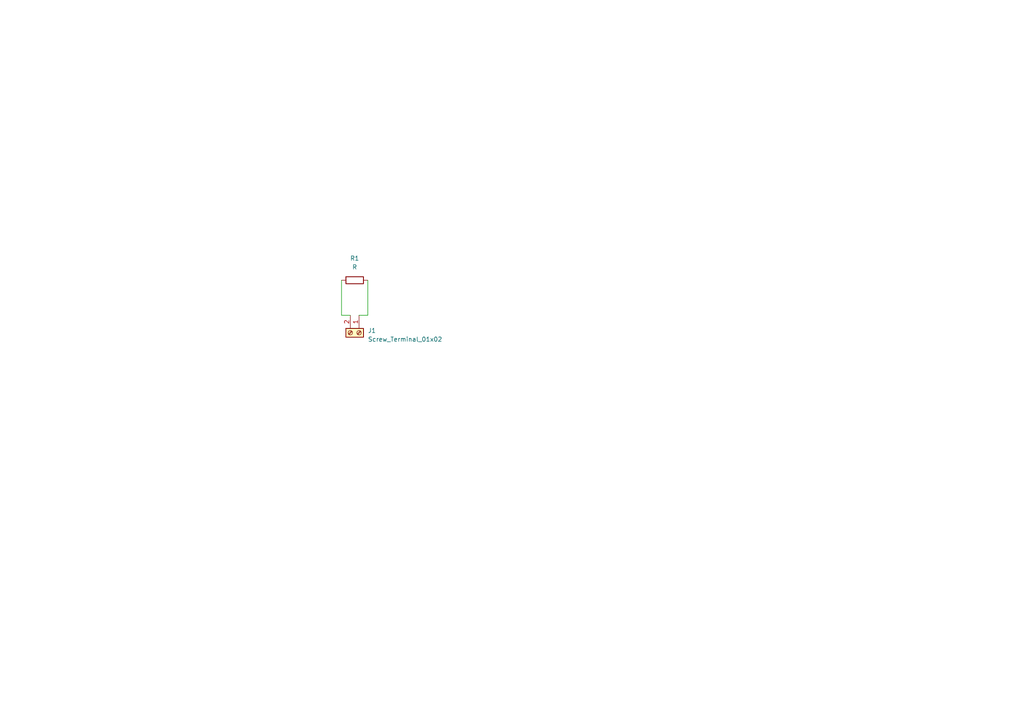
<source format=kicad_sch>
(kicad_sch (version 20230121) (generator eeschema)
  (paper "A4")
  (lib_symbols
    (symbol "Connector:Screw_Terminal_01x02" (pin_names (offset 1.016) hide)
      (property "Reference" "J" (at 0 2.54 0))
      (property "Value" "Screw_Terminal_01x02" (at 0 -5.08 0))
      (symbol "Screw_Terminal_01x02_1_1"
        (rectangle (start -1.27 1.27) (end 1.27 -3.81) (stroke (width 0.254)) (fill (type background)))
        (circle (center 0 -2.54) (radius 0.635) (stroke (width 0.1524)))
        (polyline (pts (xy -0.5334 -2.2098) (xy 0.3302 -3.048)) (stroke (width 0.1524)))
        (polyline (pts (xy -0.5334 0.3302) (xy 0.3302 -0.508)) (stroke (width 0.1524)))
        (polyline (pts (xy -0.3556 -2.032) (xy 0.508 -2.8702)) (stroke (width 0.1524)))
        (polyline (pts (xy -0.3556 0.508) (xy 0.508 -0.3302)) (stroke (width 0.1524)))
        (circle (center 0 0) (radius 0.635) (stroke (width 0.1524)))
        (pin passive line (at -5.08 0 0) (length 3.81) (name "Pin_1") (number "1"))
        (pin passive line (at -5.08 -2.54 0) (length 3.81) (name "Pin_2") (number "2"))
      )
    )
    (symbol "Device:R" (pin_numbers hide) (pin_names (offset 0))
      (property "Reference" "R" (at 2.032 0 90))
      (property "Value" "R" (at 0 0 90))
      (symbol "R_0_1"
        (rectangle (start -1.016 -2.54) (end 1.016 2.54) (stroke (width 0.254)))
      )
      (symbol "R_1_1"
        (pin passive line (at 0 3.81 270) (length 1.27) (name "~") (number "1"))
        (pin passive line (at 0 -3.81 90) (length 1.27) (name "~") (number "2"))
      )
    )
  )
  (wire (pts (xy 104.14 91.44) (xy 106.68 91.44)))
  (wire (pts (xy 99.06 91.44) (xy 101.6 91.44)))
  (wire (pts (xy 106.68 81.28) (xy 106.68 91.44)))
  (wire (pts (xy 99.06 81.28) (xy 99.06 91.44)))
  (symbol (lib_id "Connector:Screw_Terminal_01x02") (at 104.14 96.52 270) (unit 1)
    (property "Reference" "J1" (at 106.68 95.885 90) (effects (justify left)))
    (property "Value" "Screw_Terminal_01x02" (at 106.68 98.425 90) (effects (justify left)))
    (property "Footprint" "TerminalBlock_Phoenix:TerminalBlock_Phoenix_MKDS-1,5-2_1x02_P5.00mm_Horizontal" (effects hide))
  )
  (symbol (lib_id "Device:R") (at 102.87 81.28 270) (unit 1)
    (property "Reference" "R1" (at 102.87 74.93 90))
    (property "Value" "R" (at 102.87 77.47 90))
    (property "Footprint" "Resistor_SMD:R_0603_1608Metric_Pad0.98x0.95mm_HandSolder" (effects hide))
  )
)
</source>
